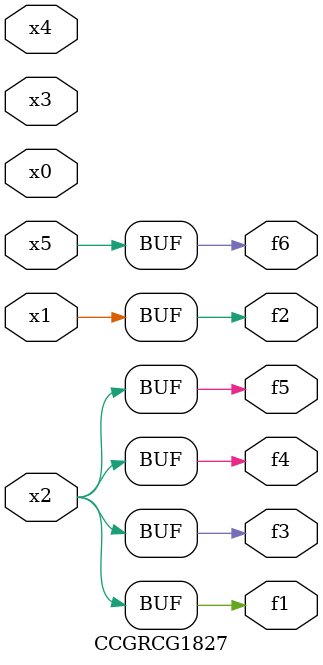
<source format=v>
module CCGRCG1827(
	input x0, x1, x2, x3, x4, x5,
	output f1, f2, f3, f4, f5, f6
);
	assign f1 = x2;
	assign f2 = x1;
	assign f3 = x2;
	assign f4 = x2;
	assign f5 = x2;
	assign f6 = x5;
endmodule

</source>
